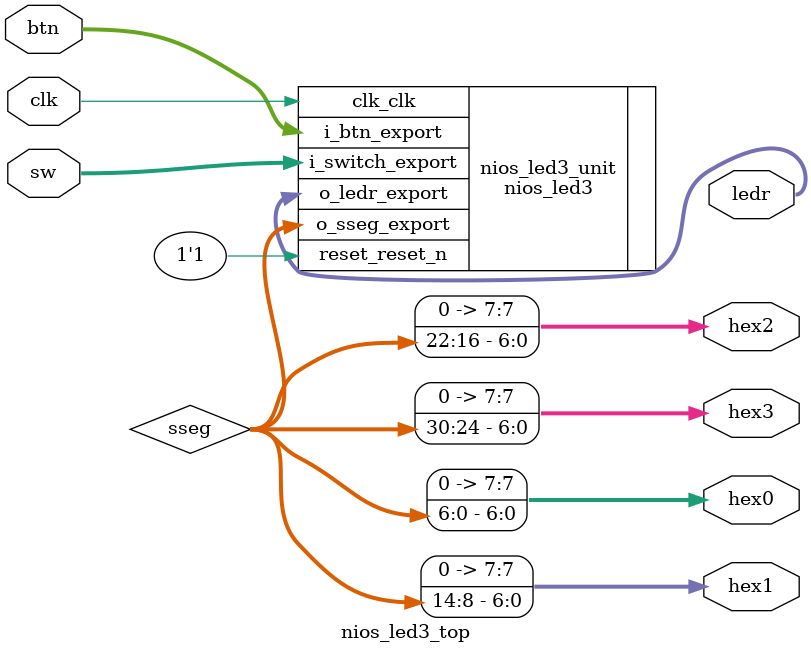
<source format=v>
module nios_led3_top
	(
	 input clk, // reset_n = 1'b1
	 input [9:0] sw,
	 input [1:0] btn,
	 output [1:0] ledr,
	 output [7:0] hex3, hex2, hex1, hex0
	);

	// signal declaration
	wire [31:0] sseg;
	// instance ip
	nios_led3 nios_led3_unit
	(
	 .clk_clk(clk),
	 .reset_reset_n(1'b1),
	 .i_btn_export(btn),
	 .i_switch_export(sw),
	 .o_ledr_export(ledr),
	 .o_sseg_export(sseg)
	);
	
	assign hex3 = sseg[30:24];
	assign hex2 = sseg[22:16];
	assign hex1 = sseg[14:8];
	assign hex0 = sseg[6:0];
endmodule
</source>
